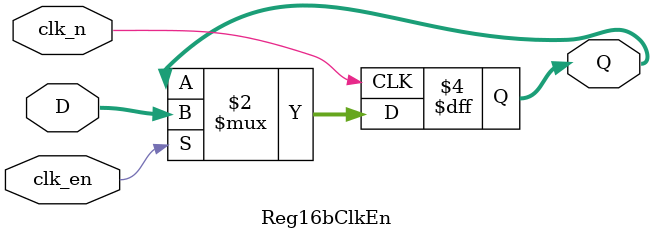
<source format=v>
`timescale 1ns / 1ps
module Reg16bClkEn(
	input clk_n, 			// clock
	input clk_en,			// clock enable
	input [15:0] D,			// data input
	output reg [15:0] Q);	// data output

	// module body
	always @(negedge clk_n) begin
		if (clk_en) Q <= D;
	end
endmodule

</source>
